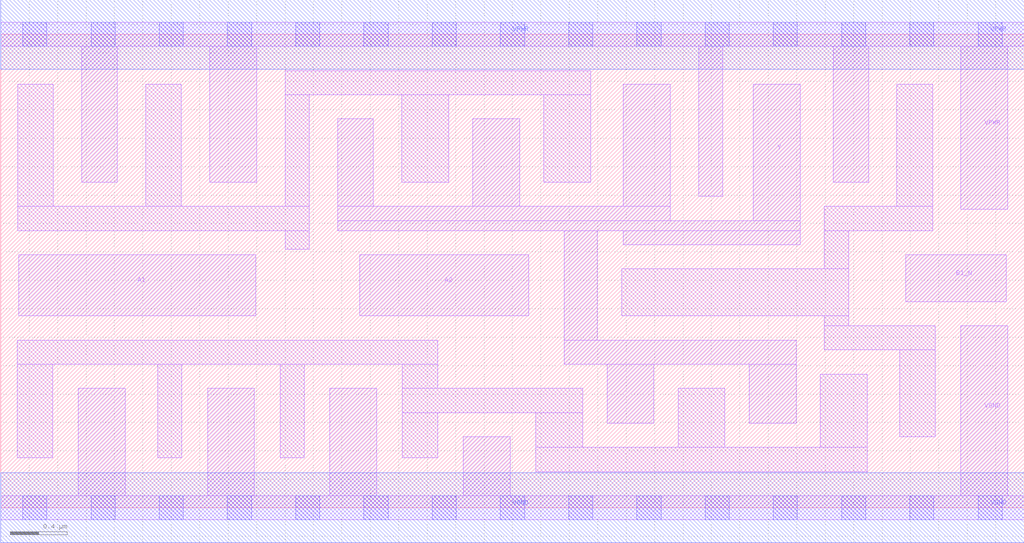
<source format=lef>
# Copyright 2020 The SkyWater PDK Authors
#
# Licensed under the Apache License, Version 2.0 (the "License");
# you may not use this file except in compliance with the License.
# You may obtain a copy of the License at
#
#     https://www.apache.org/licenses/LICENSE-2.0
#
# Unless required by applicable law or agreed to in writing, software
# distributed under the License is distributed on an "AS IS" BASIS,
# WITHOUT WARRANTIES OR CONDITIONS OF ANY KIND, either express or implied.
# See the License for the specific language governing permissions and
# limitations under the License.
#
# SPDX-License-Identifier: Apache-2.0

VERSION 5.7 ;
  NAMESCASESENSITIVE ON ;
  NOWIREEXTENSIONATPIN ON ;
  DIVIDERCHAR "/" ;
  BUSBITCHARS "[]" ;
UNITS
  DATABASE MICRONS 200 ;
END UNITS
MACRO sky130_fd_sc_ls__o21bai_4
  CLASS CORE ;
  SOURCE USER ;
  FOREIGN sky130_fd_sc_ls__o21bai_4 ;
  ORIGIN  0.000000  0.000000 ;
  SIZE  7.200000 BY  3.330000 ;
  SYMMETRY X Y ;
  SITE unit ;
  PIN A1
    ANTENNAGATEAREA  1.116000 ;
    DIRECTION INPUT ;
    USE SIGNAL ;
    PORT
      LAYER li1 ;
        RECT 0.125000 1.350000 1.795000 1.780000 ;
    END
  END A1
  PIN A2
    ANTENNAGATEAREA  1.116000 ;
    DIRECTION INPUT ;
    USE SIGNAL ;
    PORT
      LAYER li1 ;
        RECT 2.525000 1.350000 3.715000 1.780000 ;
    END
  END A2
  PIN B1_N
    ANTENNAGATEAREA  0.363000 ;
    DIRECTION INPUT ;
    USE SIGNAL ;
    PORT
      LAYER li1 ;
        RECT 6.365000 1.450000 7.075000 1.780000 ;
    END
  END B1_N
  PIN Y
    ANTENNADIFFAREA  1.855000 ;
    DIRECTION OUTPUT ;
    USE SIGNAL ;
    PORT
      LAYER li1 ;
        RECT 2.370000 1.950000 5.625000 2.020000 ;
        RECT 2.370000 2.020000 4.710000 2.120000 ;
        RECT 2.370000 2.120000 2.620000 2.735000 ;
        RECT 3.320000 2.120000 3.650000 2.735000 ;
        RECT 3.965000 1.010000 5.595000 1.180000 ;
        RECT 3.965000 1.180000 4.195000 1.950000 ;
        RECT 4.265000 0.595000 4.595000 1.010000 ;
        RECT 4.380000 1.850000 5.625000 1.950000 ;
        RECT 4.380000 2.120000 4.710000 2.980000 ;
        RECT 5.265000 0.595000 5.595000 1.010000 ;
        RECT 5.295000 2.020000 5.625000 2.980000 ;
    END
  END Y
  PIN VGND
    DIRECTION INOUT ;
    SHAPE ABUTMENT ;
    USE GROUND ;
    PORT
      LAYER li1 ;
        RECT 0.000000 -0.085000 7.200000 0.085000 ;
        RECT 0.545000  0.085000 0.875000 0.840000 ;
        RECT 1.455000  0.085000 1.785000 0.840000 ;
        RECT 2.315000  0.085000 2.645000 0.840000 ;
        RECT 3.255000  0.085000 3.585000 0.500000 ;
        RECT 6.755000  0.085000 7.085000 1.280000 ;
      LAYER mcon ;
        RECT 0.155000 -0.085000 0.325000 0.085000 ;
        RECT 0.635000 -0.085000 0.805000 0.085000 ;
        RECT 1.115000 -0.085000 1.285000 0.085000 ;
        RECT 1.595000 -0.085000 1.765000 0.085000 ;
        RECT 2.075000 -0.085000 2.245000 0.085000 ;
        RECT 2.555000 -0.085000 2.725000 0.085000 ;
        RECT 3.035000 -0.085000 3.205000 0.085000 ;
        RECT 3.515000 -0.085000 3.685000 0.085000 ;
        RECT 3.995000 -0.085000 4.165000 0.085000 ;
        RECT 4.475000 -0.085000 4.645000 0.085000 ;
        RECT 4.955000 -0.085000 5.125000 0.085000 ;
        RECT 5.435000 -0.085000 5.605000 0.085000 ;
        RECT 5.915000 -0.085000 6.085000 0.085000 ;
        RECT 6.395000 -0.085000 6.565000 0.085000 ;
        RECT 6.875000 -0.085000 7.045000 0.085000 ;
      LAYER met1 ;
        RECT 0.000000 -0.245000 7.200000 0.245000 ;
    END
  END VGND
  PIN VPWR
    DIRECTION INOUT ;
    SHAPE ABUTMENT ;
    USE POWER ;
    PORT
      LAYER li1 ;
        RECT 0.000000 3.245000 7.200000 3.415000 ;
        RECT 0.570000 2.290000 0.820000 3.245000 ;
        RECT 1.470000 2.290000 1.800000 3.245000 ;
        RECT 4.910000 2.190000 5.080000 3.245000 ;
        RECT 5.855000 2.290000 6.105000 3.245000 ;
        RECT 6.755000 2.100000 7.085000 3.245000 ;
      LAYER mcon ;
        RECT 0.155000 3.245000 0.325000 3.415000 ;
        RECT 0.635000 3.245000 0.805000 3.415000 ;
        RECT 1.115000 3.245000 1.285000 3.415000 ;
        RECT 1.595000 3.245000 1.765000 3.415000 ;
        RECT 2.075000 3.245000 2.245000 3.415000 ;
        RECT 2.555000 3.245000 2.725000 3.415000 ;
        RECT 3.035000 3.245000 3.205000 3.415000 ;
        RECT 3.515000 3.245000 3.685000 3.415000 ;
        RECT 3.995000 3.245000 4.165000 3.415000 ;
        RECT 4.475000 3.245000 4.645000 3.415000 ;
        RECT 4.955000 3.245000 5.125000 3.415000 ;
        RECT 5.435000 3.245000 5.605000 3.415000 ;
        RECT 5.915000 3.245000 6.085000 3.415000 ;
        RECT 6.395000 3.245000 6.565000 3.415000 ;
        RECT 6.875000 3.245000 7.045000 3.415000 ;
      LAYER met1 ;
        RECT 0.000000 3.085000 7.200000 3.575000 ;
    END
  END VPWR
  OBS
    LAYER li1 ;
      RECT 0.115000 0.350000 0.365000 1.010000 ;
      RECT 0.115000 1.010000 3.075000 1.180000 ;
      RECT 0.120000 1.950000 2.170000 2.120000 ;
      RECT 0.120000 2.120000 0.370000 2.980000 ;
      RECT 1.020000 2.120000 1.270000 2.980000 ;
      RECT 1.105000 0.350000 1.275000 1.010000 ;
      RECT 1.965000 0.350000 2.135000 1.010000 ;
      RECT 2.000000 1.820000 2.170000 1.950000 ;
      RECT 2.000000 2.120000 2.170000 2.905000 ;
      RECT 2.000000 2.905000 4.150000 3.075000 ;
      RECT 2.820000 2.290000 3.150000 2.905000 ;
      RECT 2.825000 0.350000 3.075000 0.670000 ;
      RECT 2.825000 0.670000 4.095000 0.840000 ;
      RECT 2.825000 0.840000 3.075000 1.010000 ;
      RECT 3.765000 0.255000 6.095000 0.425000 ;
      RECT 3.765000 0.425000 4.095000 0.670000 ;
      RECT 3.820000 2.290000 4.150000 2.905000 ;
      RECT 4.370000 1.350000 5.965000 1.680000 ;
      RECT 4.765000 0.425000 5.095000 0.840000 ;
      RECT 5.765000 0.425000 6.095000 0.940000 ;
      RECT 5.795000 1.110000 6.575000 1.280000 ;
      RECT 5.795000 1.280000 5.965000 1.350000 ;
      RECT 5.795000 1.680000 5.965000 1.950000 ;
      RECT 5.795000 1.950000 6.555000 2.120000 ;
      RECT 6.305000 2.120000 6.555000 2.980000 ;
      RECT 6.325000 0.500000 6.575000 1.110000 ;
  END
END sky130_fd_sc_ls__o21bai_4

</source>
